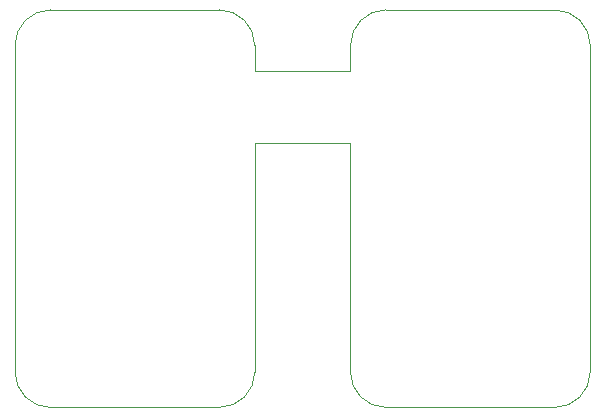
<source format=gm1>
%TF.GenerationSoftware,KiCad,Pcbnew,7.0.5*%
%TF.CreationDate,2023-07-03T11:58:06+08:00*%
%TF.ProjectId,UINIO-USB-UART,55494e49-4f2d-4555-9342-2d554152542e,Version 3.2.0*%
%TF.SameCoordinates,PX8b79910PY5020b20*%
%TF.FileFunction,Profile,NP*%
%FSLAX46Y46*%
G04 Gerber Fmt 4.6, Leading zero omitted, Abs format (unit mm)*
G04 Created by KiCad (PCBNEW 7.0.5) date 2023-07-03 11:58:06*
%MOMM*%
%LPD*%
G01*
G04 APERTURE LIST*
%TA.AperFunction,Profile*%
%ADD10C,0.100000*%
%TD*%
G04 APERTURE END LIST*
D10*
X11100000Y5155000D02*
G75*
G03*
X8100000Y2155000I0J-3000000D01*
G01*
X-3000000Y-28505000D02*
G75*
G03*
X0Y-25505000I0J3000000D01*
G01*
X-20300000Y-25505000D02*
X-20300000Y2155000D01*
X0Y-6150000D02*
X8100000Y-6150000D01*
X-20300000Y-25505000D02*
G75*
G03*
X-17300000Y-28505000I3000000J0D01*
G01*
X28400000Y2155000D02*
G75*
G03*
X25400000Y5155000I-3000000J0D01*
G01*
X-3000000Y-28505000D02*
X-17300000Y-28505000D01*
X-17300000Y5155000D02*
G75*
G03*
X-20300000Y2155000I0J-3000000D01*
G01*
X11100000Y5155000D02*
X25400000Y5155000D01*
X28400000Y2155000D02*
X28400000Y-25505000D01*
X0Y-50000D02*
X8100000Y-50000D01*
X25400000Y-28505000D02*
X11100000Y-28505000D01*
X8100000Y2155000D02*
X8100000Y-50000D01*
X0Y2155000D02*
G75*
G03*
X-3000000Y5155000I-3000000J0D01*
G01*
X25400000Y-28505000D02*
G75*
G03*
X28400000Y-25505000I0J3000000D01*
G01*
X0Y2155000D02*
X0Y-50000D01*
X-17300000Y5155000D02*
X-3000000Y5155000D01*
X0Y-6150000D02*
X0Y-25505000D01*
X8100000Y-6150000D02*
X8100000Y-25505000D01*
X8100000Y-25505000D02*
G75*
G03*
X11100000Y-28505000I3000000J0D01*
G01*
M02*

</source>
